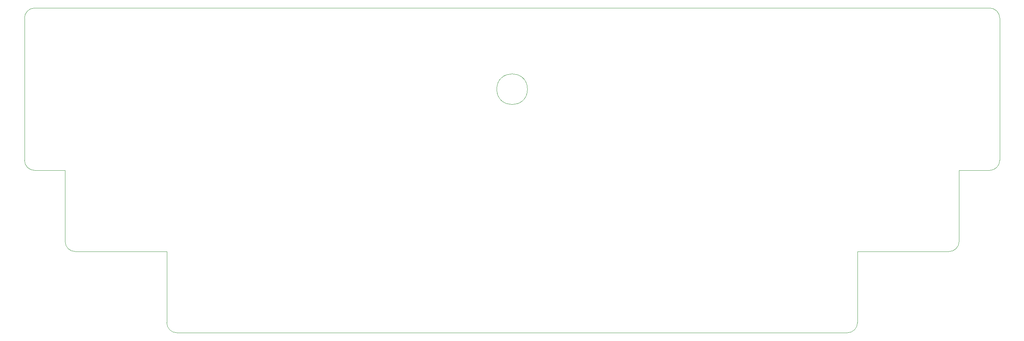
<source format=gbr>
%TF.GenerationSoftware,KiCad,Pcbnew,(5.1.9)-1*%
%TF.CreationDate,2021-08-20T11:03:29-07:00*%
%TF.ProjectId,Ingot,496e676f-742e-46b6-9963-61645f706362,rev?*%
%TF.SameCoordinates,Original*%
%TF.FileFunction,Profile,NP*%
%FSLAX46Y46*%
G04 Gerber Fmt 4.6, Leading zero omitted, Abs format (unit mm)*
G04 Created by KiCad (PCBNEW (5.1.9)-1) date 2021-08-20 11:03:29*
%MOMM*%
%LPD*%
G01*
G04 APERTURE LIST*
%TA.AperFunction,Profile*%
%ADD10C,0.050000*%
%TD*%
G04 APERTURE END LIST*
D10*
X71437800Y-100012920D02*
G75*
G02*
X69056540Y-97631660I0J2381260D01*
G01*
X261938600Y-23812600D02*
G75*
G02*
X264319860Y-26193860I0J-2381260D01*
G01*
X264319860Y-59531500D02*
G75*
G02*
X261938600Y-61912760I-2381260J0D01*
G01*
X254794820Y-78581580D02*
G75*
G02*
X252413560Y-80962840I-2381260J0D01*
G01*
X230982220Y-97631660D02*
G75*
G02*
X228600960Y-100012920I-2381260J0D01*
G01*
X47625200Y-80962840D02*
G75*
G02*
X45243940Y-78581580I0J2381260D01*
G01*
X38100160Y-61912760D02*
G75*
G02*
X35718900Y-59531500I0J2381260D01*
G01*
X35718900Y-26193860D02*
G75*
G02*
X38100160Y-23812600I2381260J0D01*
G01*
X153619380Y-42862680D02*
G75*
G03*
X153619380Y-42862680I-3600000J0D01*
G01*
X261938600Y-23812600D02*
X38100160Y-23812600D01*
X264319860Y-59531500D02*
X264319860Y-26193860D01*
X254794820Y-61912760D02*
X261938600Y-61912760D01*
X254794820Y-78581580D02*
X254794820Y-61912760D01*
X230982220Y-80962840D02*
X252413560Y-80962840D01*
X230982220Y-97631660D02*
X230982220Y-80962840D01*
X71437800Y-100012920D02*
X228600960Y-100012920D01*
X69056540Y-80962840D02*
X69056540Y-97631660D01*
X47625200Y-80962840D02*
X69056540Y-80962840D01*
X45243940Y-61912760D02*
X45243940Y-78581580D01*
X38100160Y-61912760D02*
X45243940Y-61912760D01*
X35718900Y-26193860D02*
X35718900Y-59531500D01*
M02*

</source>
